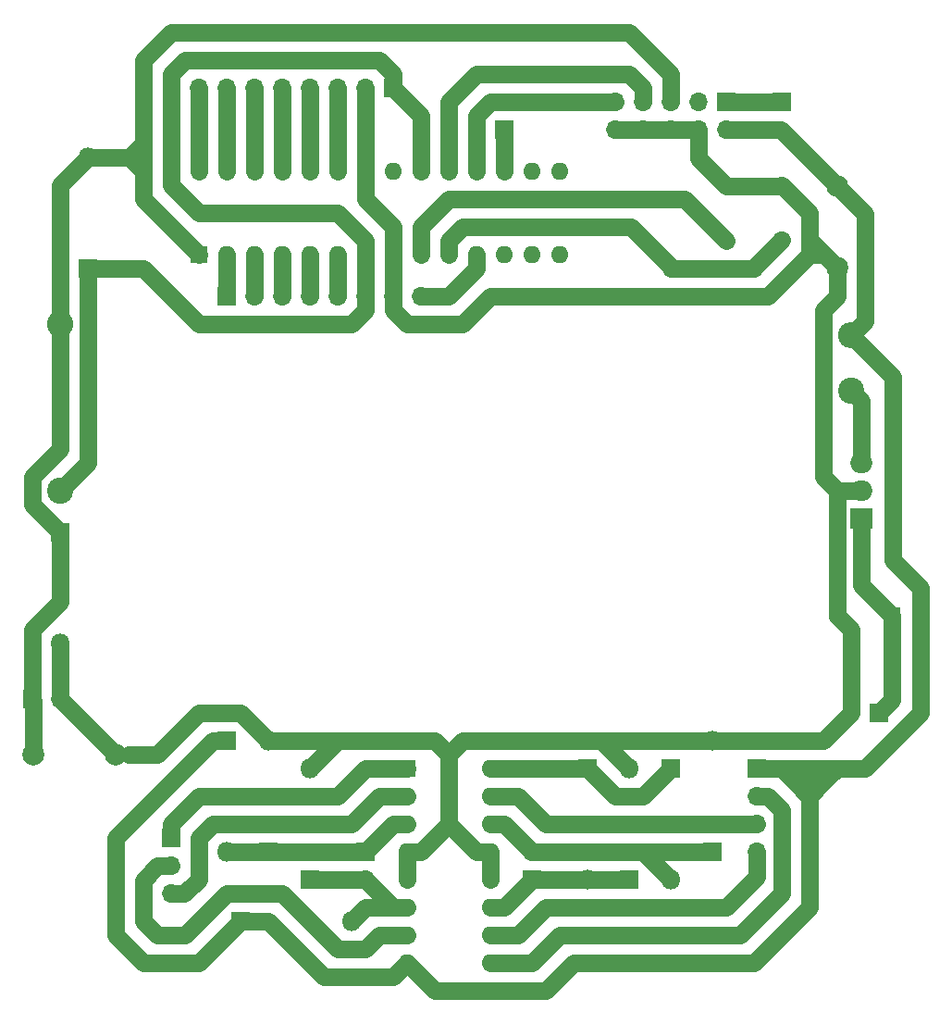
<source format=gbr>
%TF.GenerationSoftware,KiCad,Pcbnew,7.0.7*%
%TF.CreationDate,2023-12-08T08:50:08+07:00*%
%TF.ProjectId,schem,73636865-6d2e-46b6-9963-61645f706362,rev?*%
%TF.SameCoordinates,Original*%
%TF.FileFunction,Copper,L1,Top*%
%TF.FilePolarity,Positive*%
%FSLAX46Y46*%
G04 Gerber Fmt 4.6, Leading zero omitted, Abs format (unit mm)*
G04 Created by KiCad (PCBNEW 7.0.7) date 2023-12-08 08:50:08*
%MOMM*%
%LPD*%
G01*
G04 APERTURE LIST*
%TA.AperFunction,ComponentPad*%
%ADD10R,1.800000X1.800000*%
%TD*%
%TA.AperFunction,ComponentPad*%
%ADD11O,1.800000X1.800000*%
%TD*%
%TA.AperFunction,ComponentPad*%
%ADD12R,1.700000X1.700000*%
%TD*%
%TA.AperFunction,ComponentPad*%
%ADD13R,2.000000X1.905000*%
%TD*%
%TA.AperFunction,ComponentPad*%
%ADD14O,2.000000X1.905000*%
%TD*%
%TA.AperFunction,ComponentPad*%
%ADD15O,1.700000X1.700000*%
%TD*%
%TA.AperFunction,ComponentPad*%
%ADD16C,2.400000*%
%TD*%
%TA.AperFunction,ComponentPad*%
%ADD17O,2.400000X2.400000*%
%TD*%
%TA.AperFunction,ComponentPad*%
%ADD18R,1.600000X1.600000*%
%TD*%
%TA.AperFunction,ComponentPad*%
%ADD19O,1.600000X1.600000*%
%TD*%
%TA.AperFunction,ComponentPad*%
%ADD20C,1.600000*%
%TD*%
%TA.AperFunction,ComponentPad*%
%ADD21C,2.000000*%
%TD*%
%TA.AperFunction,ComponentPad*%
%ADD22C,1.500000*%
%TD*%
%TA.AperFunction,Conductor*%
%ADD23C,1.600000*%
%TD*%
G04 APERTURE END LIST*
D10*
%TO.P,D13,1,K*%
%TO.N,VCC*%
X92730000Y-133350000D03*
D11*
%TO.P,D13,2,A*%
%TO.N,Net-(D13-A)*%
X92730000Y-143510000D03*
%TD*%
D12*
%TO.P,J6,1,Pin_1*%
%TO.N,Net-(J5-Pin_1)*%
X143515000Y-74935000D03*
%TD*%
D10*
%TO.P,D16,1,K*%
%TO.N,Net-(D13-A)*%
X96540000Y-143510000D03*
D11*
%TO.P,D16,2,A*%
%TO.N,GND*%
X96540000Y-133350000D03*
%TD*%
D13*
%TO.P,U3,1,IN*%
%TO.N,Net-(J2-Pin_1)*%
X150825000Y-113030000D03*
D14*
%TO.P,U3,2,GND*%
%TO.N,GND*%
X150825000Y-110490000D03*
%TO.P,U3,3,OUT*%
%TO.N,Net-(U3-OUT)*%
X150825000Y-107950000D03*
%TD*%
D10*
%TO.P,D20,1,K*%
%TO.N,VCC*%
X125750000Y-135890000D03*
D11*
%TO.P,D20,2,A*%
%TO.N,Net-(D19-K)*%
X125750000Y-146050000D03*
%TD*%
D12*
%TO.P,J7,1,Pin_1*%
%TO.N,Net-(J7-Pin_1)*%
X87630000Y-142255000D03*
D15*
%TO.P,J7,2,Pin_2*%
%TO.N,Net-(J7-Pin_2)*%
X87630000Y-144795000D03*
%TO.P,J7,3,Pin_3*%
%TO.N,Net-(J7-Pin_3)*%
X87630000Y-147335000D03*
%TD*%
D16*
%TO.P,FB2,1*%
%TO.N,Net-(U3-OUT)*%
X149880000Y-101300000D03*
D17*
%TO.P,FB2,2*%
%TO.N,VCC*%
X149880000Y-96220000D03*
%TD*%
D12*
%TO.P,M1,1,+*%
%TO.N,Net-(D13-A)*%
X105430000Y-143510000D03*
D15*
%TO.P,M1,2,-*%
%TO.N,Net-(D14-A)*%
X105430000Y-146050000D03*
%TD*%
D12*
%TO.P,J2,1,Pin_1*%
%TO.N,Net-(J2-Pin_1)*%
X152420000Y-130810000D03*
D15*
%TO.P,J2,2,Pin_2*%
%TO.N,GND*%
X149880000Y-130810000D03*
%TD*%
D10*
%TO.P,D11,1,K*%
%TO.N,Net-(D11-K)*%
X77490000Y-114300000D03*
D11*
%TO.P,D11,2,A*%
%TO.N,GND*%
X77490000Y-124460000D03*
%TD*%
D10*
%TO.P,D17,1,K*%
%TO.N,VCC*%
X133370000Y-135890000D03*
D11*
%TO.P,D17,2,A*%
%TO.N,Net-(D17-A)*%
X133370000Y-146050000D03*
%TD*%
D18*
%TO.P,U2,1,EN1\u002C2*%
%TO.N,Net-(J7-Pin_1)*%
X109240000Y-135890000D03*
D19*
%TO.P,U2,2,1A*%
%TO.N,Net-(J7-Pin_3)*%
X109240000Y-138430000D03*
%TO.P,U2,3,1Y*%
%TO.N,Net-(D13-A)*%
X109240000Y-140970000D03*
%TO.P,U2,4,GND*%
%TO.N,GND*%
X109240000Y-143510000D03*
%TO.P,U2,5,GND*%
X109240000Y-146050000D03*
%TO.P,U2,6,2Y*%
%TO.N,Net-(D14-A)*%
X109240000Y-148590000D03*
%TO.P,U2,7,2A*%
%TO.N,Net-(J7-Pin_2)*%
X109240000Y-151130000D03*
%TO.P,U2,8,VCC2*%
%TO.N,VCC*%
X109240000Y-153670000D03*
%TO.P,U2,9,EN3\u002C4*%
%TO.N,Net-(J8-Pin_2)*%
X116860000Y-153670000D03*
%TO.P,U2,10,3A*%
%TO.N,Net-(J8-Pin_4)*%
X116860000Y-151130000D03*
%TO.P,U2,11,3Y*%
%TO.N,Net-(D19-K)*%
X116860000Y-148590000D03*
%TO.P,U2,12,GND*%
%TO.N,GND*%
X116860000Y-146050000D03*
%TO.P,U2,13,GND*%
X116860000Y-143510000D03*
%TO.P,U2,14,4Y*%
%TO.N,Net-(D17-A)*%
X116860000Y-140970000D03*
%TO.P,U2,15,4A*%
%TO.N,Net-(J8-Pin_3)*%
X116860000Y-138430000D03*
%TO.P,U2,16,VCC1*%
%TO.N,VCC*%
X116860000Y-135890000D03*
%TD*%
D10*
%TO.P,D18,1,K*%
%TO.N,Net-(D17-A)*%
X137180000Y-143510000D03*
D11*
%TO.P,D18,2,A*%
%TO.N,GND*%
X137180000Y-133350000D03*
%TD*%
D20*
%TO.P,C6,1*%
%TO.N,GND*%
X143510000Y-82550000D03*
%TO.P,C6,2*%
%TO.N,Net-(U1-XTAL2{slash}PB7)*%
X143510000Y-87550000D03*
%TD*%
D10*
%TO.P,D14,1,K*%
%TO.N,VCC*%
X94000000Y-149860000D03*
D11*
%TO.P,D14,2,A*%
%TO.N,Net-(D14-A)*%
X104160000Y-149860000D03*
%TD*%
D10*
%TO.P,D15,1,K*%
%TO.N,Net-(D14-A)*%
X100350000Y-146050000D03*
D11*
%TO.P,D15,2,A*%
%TO.N,GND*%
X100350000Y-135890000D03*
%TD*%
D12*
%TO.P,J5,1,Pin_1*%
%TO.N,Net-(J5-Pin_1)*%
X138430000Y-74930000D03*
D15*
%TO.P,J5,2,Pin_2*%
%TO.N,VCC*%
X138430000Y-77470000D03*
%TO.P,J5,3,Pin_3*%
%TO.N,unconnected-(J5-Pin_3-Pad3)*%
X135890000Y-74930000D03*
%TO.P,J5,4,Pin_4*%
%TO.N,GND*%
X135890000Y-77470000D03*
%TO.P,J5,5,Pin_5*%
%TO.N,Net-(D11-K)*%
X133350000Y-74930000D03*
%TO.P,J5,6,Pin_6*%
%TO.N,GND*%
X133350000Y-77470000D03*
%TO.P,J5,7,Pin_7*%
%TO.N,Net-(J5-Pin_7)*%
X130810000Y-74930000D03*
%TO.P,J5,8,Pin_8*%
%TO.N,GND*%
X130810000Y-77470000D03*
%TO.P,J5,9,Pin_9*%
%TO.N,Net-(J5-Pin_9)*%
X128270000Y-74930000D03*
%TO.P,J5,10,Pin_10*%
%TO.N,GND*%
X128270000Y-77470000D03*
%TD*%
D12*
%TO.P,M2,1,+*%
%TO.N,Net-(D19-K)*%
X120670000Y-146050000D03*
D15*
%TO.P,M2,2,-*%
%TO.N,Net-(D17-A)*%
X120670000Y-143510000D03*
%TD*%
D12*
%TO.P,J4,1,Pin_1*%
%TO.N,VCC*%
X107950000Y-73660000D03*
D15*
%TO.P,J4,2,Pin_2*%
%TO.N,GND*%
X105410000Y-73660000D03*
%TO.P,J4,3,Pin_3*%
%TO.N,Net-(J4-Pin_3)*%
X102870000Y-73660000D03*
%TO.P,J4,4,Pin_4*%
%TO.N,Net-(J4-Pin_4)*%
X100330000Y-73660000D03*
%TO.P,J4,5,Pin_5*%
%TO.N,Net-(J4-Pin_5)*%
X97790000Y-73660000D03*
%TO.P,J4,6,Pin_6*%
%TO.N,Net-(J4-Pin_6)*%
X95250000Y-73660000D03*
%TO.P,J4,7,Pin_7*%
%TO.N,Net-(J4-Pin_7)*%
X92710000Y-73660000D03*
%TO.P,J4,8,Pin_8*%
%TO.N,Net-(J4-Pin_8)*%
X90170000Y-73660000D03*
%TD*%
D16*
%TO.P,R11,1*%
%TO.N,VCC*%
X77490000Y-110490000D03*
D17*
%TO.P,R11,2*%
%TO.N,Net-(D11-K)*%
X77490000Y-95250000D03*
%TD*%
D10*
%TO.P,D8,1,K*%
%TO.N,VCC*%
X80030000Y-90170000D03*
D11*
%TO.P,D8,2,A*%
%TO.N,Net-(D11-K)*%
X80030000Y-80010000D03*
%TD*%
D21*
%TO.P,C2,1*%
%TO.N,Net-(D11-K)*%
X75070000Y-134620000D03*
%TO.P,C2,2*%
%TO.N,GND*%
X82570000Y-134620000D03*
%TD*%
D12*
%TO.P,J8,1,Pin_1*%
%TO.N,VCC*%
X141224000Y-135890000D03*
D15*
%TO.P,J8,2,Pin_2*%
%TO.N,Net-(J8-Pin_2)*%
X141224000Y-138430000D03*
%TO.P,J8,3,Pin_3*%
%TO.N,Net-(J8-Pin_3)*%
X141224000Y-140970000D03*
%TO.P,J8,4,Pin_4*%
%TO.N,Net-(J8-Pin_4)*%
X141224000Y-143510000D03*
%TD*%
D21*
%TO.P,C3,1*%
%TO.N,VCC*%
X148610000Y-82610000D03*
%TO.P,C3,2*%
%TO.N,GND*%
X148610000Y-90110000D03*
%TD*%
D20*
%TO.P,C5,1*%
%TO.N,GND*%
X138430000Y-82590000D03*
%TO.P,C5,2*%
%TO.N,Net-(U1-XTAL1{slash}PB6)*%
X138430000Y-87590000D03*
%TD*%
D22*
%TO.P,Y1,1,1*%
%TO.N,Net-(U1-XTAL1{slash}PB6)*%
X132080000Y-83820000D03*
%TO.P,Y1,2,2*%
%TO.N,Net-(U1-XTAL2{slash}PB7)*%
X132080000Y-88700000D03*
%TD*%
D12*
%TO.P,J1,1,Pin_1*%
%TO.N,Net-(J1-Pin_1)*%
X118110000Y-77470000D03*
%TD*%
D18*
%TO.P,U1,1,~{RESET}/PC6*%
%TO.N,Net-(D11-K)*%
X90170000Y-88900000D03*
D19*
%TO.P,U1,2,PD0*%
%TO.N,Net-(J9-Pin_1)*%
X92710000Y-88900000D03*
%TO.P,U1,3,PD1*%
%TO.N,Net-(J9-Pin_2)*%
X95250000Y-88900000D03*
%TO.P,U1,4,PD2*%
%TO.N,Net-(J9-Pin_3)*%
X97790000Y-88900000D03*
%TO.P,U1,5,PD3*%
%TO.N,Net-(J9-Pin_4)*%
X100330000Y-88900000D03*
%TO.P,U1,6,PD4*%
%TO.N,Net-(J9-Pin_5)*%
X102870000Y-88900000D03*
%TO.P,U1,7,VCC*%
%TO.N,VCC*%
X105410000Y-88900000D03*
%TO.P,U1,8,GND*%
%TO.N,GND*%
X107950000Y-88900000D03*
%TO.P,U1,9,XTAL1/PB6*%
%TO.N,Net-(U1-XTAL1{slash}PB6)*%
X110490000Y-88900000D03*
%TO.P,U1,10,XTAL2/PB7*%
%TO.N,Net-(U1-XTAL2{slash}PB7)*%
X113030000Y-88900000D03*
%TO.P,U1,11,PD5*%
%TO.N,Net-(J9-Pin_8)*%
X115570000Y-88900000D03*
%TO.P,U1,12,PD6*%
%TO.N,unconnected-(U1-PD6-Pad12)*%
X118110000Y-88900000D03*
%TO.P,U1,13,PD7*%
%TO.N,unconnected-(U1-PD7-Pad13)*%
X120650000Y-88900000D03*
%TO.P,U1,14,PB0*%
%TO.N,unconnected-(U1-PB0-Pad14)*%
X123190000Y-88900000D03*
%TO.P,U1,15,PB1*%
%TO.N,unconnected-(U1-PB1-Pad15)*%
X123190000Y-81280000D03*
%TO.P,U1,16,PB2*%
%TO.N,unconnected-(U1-PB2-Pad16)*%
X120650000Y-81280000D03*
%TO.P,U1,17,PB3*%
%TO.N,Net-(J1-Pin_1)*%
X118110000Y-81280000D03*
%TO.P,U1,18,PB4*%
%TO.N,Net-(J5-Pin_9)*%
X115570000Y-81280000D03*
%TO.P,U1,19,PB5*%
%TO.N,Net-(J5-Pin_7)*%
X113030000Y-81280000D03*
%TO.P,U1,20,AVCC*%
%TO.N,VCC*%
X110490000Y-81280000D03*
%TO.P,U1,21,AREF*%
%TO.N,unconnected-(U1-AREF-Pad21)*%
X107950000Y-81280000D03*
%TO.P,U1,22,GND*%
%TO.N,GND*%
X105410000Y-81280000D03*
%TO.P,U1,23,PC0*%
%TO.N,Net-(J4-Pin_3)*%
X102870000Y-81280000D03*
%TO.P,U1,24,PC1*%
%TO.N,Net-(J4-Pin_4)*%
X100330000Y-81280000D03*
%TO.P,U1,25,PC2*%
%TO.N,Net-(J4-Pin_5)*%
X97790000Y-81280000D03*
%TO.P,U1,26,PC3*%
%TO.N,Net-(J4-Pin_6)*%
X95250000Y-81280000D03*
%TO.P,U1,27,PC4*%
%TO.N,Net-(J4-Pin_7)*%
X92710000Y-81280000D03*
%TO.P,U1,28,PC5*%
%TO.N,Net-(J4-Pin_8)*%
X90170000Y-81280000D03*
%TD*%
D10*
%TO.P,D19,1,K*%
%TO.N,Net-(D19-K)*%
X129560000Y-146050000D03*
D11*
%TO.P,D19,2,A*%
%TO.N,GND*%
X129560000Y-135890000D03*
%TD*%
D12*
%TO.P,SW1,1,1*%
%TO.N,Net-(D11-K)*%
X74950000Y-129540000D03*
D15*
%TO.P,SW1,2,2*%
%TO.N,GND*%
X77490000Y-129540000D03*
%TD*%
D18*
%TO.P,C1,1*%
%TO.N,Net-(J2-Pin_1)*%
X153610000Y-121920000D03*
D20*
%TO.P,C1,2*%
%TO.N,GND*%
X148610000Y-121920000D03*
%TD*%
D12*
%TO.P,J9,1,Pin_1*%
%TO.N,Net-(J9-Pin_1)*%
X92725000Y-92710000D03*
D15*
%TO.P,J9,2,Pin_2*%
%TO.N,Net-(J9-Pin_2)*%
X95265000Y-92710000D03*
%TO.P,J9,3,Pin_3*%
%TO.N,Net-(J9-Pin_3)*%
X97805000Y-92710000D03*
%TO.P,J9,4,Pin_4*%
%TO.N,Net-(J9-Pin_4)*%
X100345000Y-92710000D03*
%TO.P,J9,5,Pin_5*%
%TO.N,Net-(J9-Pin_5)*%
X102885000Y-92710000D03*
%TO.P,J9,6,Pin_6*%
%TO.N,VCC*%
X105425000Y-92710000D03*
%TO.P,J9,7,Pin_7*%
%TO.N,GND*%
X107965000Y-92710000D03*
%TO.P,J9,8,Pin_8*%
%TO.N,Net-(J9-Pin_8)*%
X110505000Y-92710000D03*
%TD*%
D23*
%TO.N,Net-(J2-Pin_1)*%
X150825000Y-119135000D02*
X153610000Y-121920000D01*
X153610000Y-121920000D02*
X153610000Y-129620000D01*
X153610000Y-129620000D02*
X152420000Y-130810000D01*
X150825000Y-113030000D02*
X150825000Y-119135000D01*
%TO.N,GND*%
X113050000Y-140970000D02*
X113050000Y-134620000D01*
X147340000Y-93980000D02*
X148610000Y-92710000D01*
X148610000Y-90110000D02*
X147400000Y-88900000D01*
X148610000Y-110490000D02*
X147340000Y-109220000D01*
X107950000Y-86360000D02*
X105410000Y-83820000D01*
X109240000Y-143510000D02*
X109240000Y-146050000D01*
X146070000Y-85090000D02*
X146070000Y-87630000D01*
X116860000Y-143510000D02*
X116860000Y-146050000D01*
X77490000Y-129540000D02*
X82570000Y-134620000D01*
X148610000Y-110490000D02*
X148610000Y-121920000D01*
X147340000Y-109220000D02*
X147340000Y-93980000D01*
X83770000Y-134620000D02*
X86380000Y-134620000D01*
X114320000Y-95250000D02*
X109240000Y-95250000D01*
X116860000Y-92710000D02*
X114320000Y-95250000D01*
X143510000Y-82550000D02*
X146050000Y-85090000D01*
X137180000Y-133350000D02*
X147340000Y-133350000D01*
X96540000Y-133350000D02*
X102890000Y-133350000D01*
X133350000Y-77470000D02*
X130810000Y-77470000D01*
X107950000Y-92695000D02*
X107965000Y-92710000D01*
X102890000Y-133350000D02*
X111780000Y-133350000D01*
X128270000Y-77470000D02*
X130810000Y-77470000D01*
X105410000Y-73660000D02*
X105410000Y-81280000D01*
X110510000Y-143510000D02*
X109240000Y-143510000D01*
X149880000Y-130810000D02*
X149880000Y-123190000D01*
X115590000Y-143510000D02*
X113050000Y-140970000D01*
X94000000Y-130810000D02*
X90190000Y-130810000D01*
X116860000Y-143510000D02*
X115590000Y-143510000D01*
X146070000Y-88900000D02*
X142260000Y-92710000D01*
X86380000Y-134620000D02*
X90190000Y-130810000D01*
X113050000Y-134620000D02*
X114320000Y-133350000D01*
X146130000Y-87630000D02*
X147400000Y-88900000D01*
X147340000Y-133350000D02*
X149880000Y-130810000D01*
X147400000Y-88900000D02*
X146070000Y-88900000D01*
X114320000Y-133350000D02*
X127020000Y-133350000D01*
X135890000Y-77470000D02*
X133350000Y-77470000D01*
X100350000Y-135890000D02*
X102890000Y-133350000D01*
X146050000Y-85090000D02*
X146070000Y-85090000D01*
X135890000Y-80050000D02*
X138430000Y-82590000D01*
X105410000Y-83820000D02*
X105410000Y-81280000D01*
X148610000Y-92710000D02*
X148610000Y-90110000D01*
X137180000Y-133350000D02*
X127020000Y-133350000D01*
X135890000Y-77470000D02*
X135890000Y-80050000D01*
X77490000Y-124460000D02*
X77490000Y-129540000D01*
X146070000Y-87630000D02*
X146130000Y-87630000D01*
X129560000Y-135890000D02*
X127020000Y-133350000D01*
X109240000Y-95250000D02*
X107965000Y-93975000D01*
X107950000Y-88900000D02*
X107950000Y-92695000D01*
X107950000Y-88900000D02*
X107950000Y-86360000D01*
X143470000Y-82590000D02*
X143510000Y-82550000D01*
X150825000Y-110490000D02*
X148610000Y-110490000D01*
X96540000Y-133350000D02*
X94000000Y-130810000D01*
X138430000Y-82590000D02*
X143470000Y-82590000D01*
X107965000Y-93975000D02*
X107965000Y-92710000D01*
X146070000Y-87630000D02*
X146070000Y-88900000D01*
X111780000Y-133350000D02*
X113050000Y-134620000D01*
X113050000Y-140970000D02*
X110510000Y-143510000D01*
X149880000Y-123190000D02*
X148610000Y-121920000D01*
X142260000Y-92710000D02*
X116860000Y-92710000D01*
%TO.N,Net-(D11-K)*%
X90170000Y-88900000D02*
X85090000Y-83820000D01*
X129540000Y-68580000D02*
X133350000Y-72390000D01*
X80030000Y-80010000D02*
X77490000Y-82550000D01*
X77490000Y-82550000D02*
X77490000Y-95250000D01*
X85090000Y-81280000D02*
X85090000Y-82550000D01*
X74950000Y-111760000D02*
X77490000Y-114300000D01*
X85090000Y-82550000D02*
X85090000Y-78740000D01*
X83820000Y-80010000D02*
X85090000Y-78740000D01*
X75070000Y-129660000D02*
X74950000Y-129540000D01*
X87630000Y-68580000D02*
X129540000Y-68580000D01*
X77490000Y-120650000D02*
X74950000Y-123190000D01*
X133350000Y-72390000D02*
X133350000Y-74930000D01*
X77490000Y-95250000D02*
X77490000Y-106680000D01*
X83820000Y-80010000D02*
X85090000Y-81280000D01*
X85090000Y-83820000D02*
X85090000Y-82550000D01*
X74950000Y-109220000D02*
X74950000Y-111760000D01*
X74950000Y-123190000D02*
X74950000Y-129540000D01*
X85090000Y-71120000D02*
X87630000Y-68580000D01*
X77490000Y-114300000D02*
X77490000Y-120650000D01*
X85090000Y-78740000D02*
X85090000Y-71120000D01*
X83820000Y-80010000D02*
X80030000Y-80010000D01*
X75070000Y-134620000D02*
X75070000Y-129660000D01*
X77490000Y-106680000D02*
X74950000Y-109220000D01*
%TO.N,VCC*%
X153690000Y-100030000D02*
X149880000Y-96220000D01*
X90190000Y-153670000D02*
X94000000Y-149860000D01*
X87630000Y-72390000D02*
X87630000Y-82550000D01*
X86380000Y-138430000D02*
X85110000Y-139700000D01*
X130830000Y-138430000D02*
X128290000Y-138430000D01*
X106680000Y-71120000D02*
X88900000Y-71120000D01*
X146030000Y-138410000D02*
X144462500Y-136842500D01*
X90170000Y-85090000D02*
X102870000Y-85090000D01*
X91460000Y-133350000D02*
X87650000Y-137160000D01*
X107970000Y-154940000D02*
X109240000Y-153670000D01*
X80030000Y-107950000D02*
X77490000Y-110490000D01*
X151150000Y-94950000D02*
X149880000Y-96220000D01*
X146050000Y-135890000D02*
X148590000Y-135890000D01*
X143470000Y-77470000D02*
X148610000Y-82610000D01*
X107950000Y-73660000D02*
X107950000Y-72390000D01*
X141224000Y-135890000D02*
X143510000Y-135890000D01*
X146050000Y-138410000D02*
X146070000Y-138430000D01*
X128290000Y-138430000D02*
X125750000Y-135890000D01*
X82550000Y-151130000D02*
X85090000Y-153670000D01*
X146070000Y-148590000D02*
X146070000Y-138430000D01*
X107950000Y-72390000D02*
X106680000Y-71120000D01*
X147637500Y-136842500D02*
X148590000Y-135890000D01*
X105410000Y-92695000D02*
X105425000Y-92710000D01*
X80030000Y-90170000D02*
X85110000Y-90170000D01*
X87650000Y-137160000D02*
X86380000Y-138430000D01*
X146050000Y-135890000D02*
X146050000Y-138410000D01*
X83840000Y-140970000D02*
X82550000Y-142260000D01*
X105430000Y-93980000D02*
X104160000Y-95250000D01*
X107950000Y-73660000D02*
X110490000Y-76200000D01*
X143510000Y-135890000D02*
X146050000Y-135890000D01*
X148610000Y-82610000D02*
X151150000Y-85150000D01*
X85110000Y-90170000D02*
X90190000Y-95250000D01*
X138430000Y-77470000D02*
X143470000Y-77470000D01*
X140975000Y-153655000D02*
X141005000Y-153655000D01*
X111780000Y-156210000D02*
X121940000Y-156210000D01*
X80030000Y-107950000D02*
X80030000Y-90170000D01*
X105410000Y-87630000D02*
X105410000Y-88900000D01*
X82550000Y-142260000D02*
X82550000Y-151130000D01*
X140975000Y-153655000D02*
X140990000Y-153670000D01*
X144462500Y-136842500D02*
X147637500Y-136842500D01*
X92730000Y-133350000D02*
X91460000Y-133350000D01*
X146070000Y-138410000D02*
X147637500Y-136842500D01*
X105410000Y-88900000D02*
X105410000Y-92695000D01*
X146050000Y-138410000D02*
X146030000Y-138410000D01*
X153690000Y-116840000D02*
X153690000Y-100030000D01*
X156230000Y-130820000D02*
X156230000Y-119380000D01*
X144462500Y-136842500D02*
X143510000Y-135890000D01*
X105425000Y-92710000D02*
X105425000Y-93975000D01*
X151160000Y-135890000D02*
X156230000Y-130820000D01*
X85110000Y-139700000D02*
X83840000Y-140970000D01*
X148590000Y-135890000D02*
X151160000Y-135890000D01*
X110490000Y-76200000D02*
X110490000Y-81280000D01*
X90190000Y-95250000D02*
X104160000Y-95250000D01*
X116860000Y-135890000D02*
X125750000Y-135890000D01*
X87630000Y-82550000D02*
X90170000Y-85090000D01*
X124495000Y-153655000D02*
X140975000Y-153655000D01*
X105425000Y-93975000D02*
X105430000Y-93980000D01*
X94000000Y-149860000D02*
X96540000Y-149860000D01*
X96540000Y-149860000D02*
X101620000Y-154940000D01*
X88900000Y-71120000D02*
X87630000Y-72390000D01*
X102870000Y-85090000D02*
X105410000Y-87630000D01*
X146070000Y-138430000D02*
X146070000Y-138410000D01*
X109240000Y-153670000D02*
X111780000Y-156210000D01*
X85090000Y-153670000D02*
X90190000Y-153670000D01*
X156230000Y-119380000D02*
X153690000Y-116840000D01*
X141005000Y-153655000D02*
X146070000Y-148590000D01*
X151150000Y-85150000D02*
X151150000Y-94950000D01*
X101620000Y-154940000D02*
X107970000Y-154940000D01*
X121940000Y-156210000D02*
X124495000Y-153655000D01*
X133370000Y-135890000D02*
X130830000Y-138430000D01*
%TO.N,Net-(U1-XTAL1{slash}PB6)*%
X110490000Y-88900000D02*
X110490000Y-86360000D01*
X134660000Y-83820000D02*
X132080000Y-83820000D01*
X138430000Y-87590000D02*
X134660000Y-83820000D01*
X113030000Y-83820000D02*
X132080000Y-83820000D01*
X110490000Y-86360000D02*
X113030000Y-83820000D01*
%TO.N,Net-(U1-XTAL2{slash}PB7)*%
X113030000Y-87630000D02*
X114300000Y-86360000D01*
X133350000Y-89970000D02*
X133350000Y-90170000D01*
X140970000Y-90170000D02*
X140970000Y-90090000D01*
X129740000Y-86360000D02*
X132080000Y-88700000D01*
X114300000Y-86360000D02*
X129740000Y-86360000D01*
X132080000Y-88700000D02*
X133350000Y-89970000D01*
X133350000Y-90170000D02*
X140970000Y-90170000D01*
X140970000Y-90090000D02*
X143510000Y-87550000D01*
X113030000Y-88900000D02*
X113030000Y-87630000D01*
%TO.N,Net-(D13-A)*%
X105420000Y-143495000D02*
X107945000Y-140970000D01*
X92730000Y-143510000D02*
X96540000Y-143510000D01*
X96540000Y-143510000D02*
X105430000Y-143510000D01*
X107945000Y-140970000D02*
X109240000Y-140970000D01*
%TO.N,Net-(D14-A)*%
X105430000Y-148590000D02*
X107975000Y-148590000D01*
X104135000Y-146050000D02*
X104150000Y-146035000D01*
X105420000Y-146035000D02*
X107975000Y-148590000D01*
X100350000Y-146050000D02*
X104135000Y-146050000D01*
X104160000Y-149860000D02*
X105430000Y-148590000D01*
X104150000Y-146035000D02*
X105420000Y-146035000D01*
X107975000Y-148590000D02*
X109240000Y-148590000D01*
%TO.N,Net-(D17-A)*%
X133370000Y-146050000D02*
X130830000Y-143510000D01*
X120660000Y-143495000D02*
X118120000Y-140955000D01*
X118105000Y-140970000D02*
X116860000Y-140970000D01*
X137180000Y-143510000D02*
X130830000Y-143510000D01*
X130830000Y-143510000D02*
X120670000Y-143510000D01*
%TO.N,Net-(D19-K)*%
X118105000Y-148590000D02*
X120660000Y-146035000D01*
X129560000Y-146050000D02*
X120670000Y-146050000D01*
X116860000Y-148590000D02*
X118105000Y-148590000D01*
%TO.N,Net-(U3-OUT)*%
X150825000Y-107950000D02*
X150825000Y-102245000D01*
X150825000Y-102245000D02*
X149880000Y-101300000D01*
%TO.N,Net-(J4-Pin_3)*%
X102870000Y-73660000D02*
X102870000Y-81280000D01*
%TO.N,Net-(J4-Pin_4)*%
X100330000Y-73660000D02*
X100330000Y-81280000D01*
%TO.N,Net-(J4-Pin_5)*%
X97790000Y-73660000D02*
X97790000Y-81280000D01*
%TO.N,Net-(J4-Pin_6)*%
X95250000Y-73660000D02*
X95250000Y-81280000D01*
%TO.N,Net-(J4-Pin_7)*%
X92710000Y-73660000D02*
X92710000Y-81280000D01*
%TO.N,Net-(J4-Pin_8)*%
X90170000Y-73660000D02*
X90170000Y-81280000D01*
%TO.N,Net-(J1-Pin_1)*%
X118110000Y-77470000D02*
X118110000Y-81280000D01*
%TO.N,Net-(J5-Pin_7)*%
X130810000Y-73660000D02*
X130810000Y-74930000D01*
X129540000Y-72390000D02*
X130810000Y-73660000D01*
X113030000Y-81280000D02*
X113030000Y-74930000D01*
X113030000Y-74930000D02*
X115570000Y-72390000D01*
X115570000Y-72390000D02*
X129540000Y-72390000D01*
%TO.N,Net-(J5-Pin_9)*%
X116840000Y-74930000D02*
X128270000Y-74930000D01*
X115570000Y-81280000D02*
X115570000Y-76200000D01*
X115570000Y-76200000D02*
X116840000Y-74930000D01*
%TO.N,Net-(J7-Pin_1)*%
X87630000Y-140970000D02*
X87630000Y-142255000D01*
X102890000Y-138430000D02*
X105430000Y-135890000D01*
X105430000Y-135890000D02*
X109240000Y-135890000D01*
X90170000Y-138430000D02*
X102890000Y-138430000D01*
X87630000Y-140970000D02*
X90170000Y-138430000D01*
%TO.N,Net-(J7-Pin_2)*%
X86427919Y-144795000D02*
X85090000Y-146132919D01*
X85090000Y-149860000D02*
X86360000Y-151130000D01*
X88920000Y-151130000D02*
X92730000Y-147320000D01*
X102890000Y-152400000D02*
X105430000Y-152400000D01*
X85090000Y-146132919D02*
X85090000Y-149860000D01*
X87630000Y-144795000D02*
X86427919Y-144795000D01*
X86360000Y-151130000D02*
X88920000Y-151130000D01*
X92730000Y-147320000D02*
X97810000Y-147320000D01*
X105430000Y-152400000D02*
X106700000Y-151130000D01*
X106700000Y-151130000D02*
X109240000Y-151130000D01*
X97810000Y-147320000D02*
X102890000Y-152400000D01*
%TO.N,Net-(J5-Pin_1)*%
X143510000Y-74930000D02*
X143515000Y-74935000D01*
X138430000Y-74930000D02*
X143510000Y-74930000D01*
%TO.N,Net-(J7-Pin_3)*%
X88885000Y-147335000D02*
X87630000Y-147335000D01*
X90170000Y-146050000D02*
X88885000Y-147335000D01*
X90170000Y-142265584D02*
X90170000Y-146050000D01*
X109240000Y-138430000D02*
X106700000Y-138430000D01*
X106700000Y-138430000D02*
X104160000Y-140970000D01*
X91465584Y-140970000D02*
X90170000Y-142265584D01*
X104160000Y-140970000D02*
X91465584Y-140970000D01*
%TO.N,Net-(J8-Pin_2)*%
X123210000Y-151130000D02*
X139720000Y-151130000D01*
X139720000Y-151130000D02*
X143530000Y-147320000D01*
X143530000Y-147320000D02*
X143530000Y-139700000D01*
X120670000Y-153670000D02*
X123210000Y-151130000D01*
X142260000Y-138430000D02*
X141224000Y-138430000D01*
X143530000Y-139700000D02*
X142260000Y-138430000D01*
X116860000Y-153670000D02*
X120670000Y-153670000D01*
%TO.N,Net-(J8-Pin_3)*%
X119400000Y-138430000D02*
X116860000Y-138430000D01*
X141224000Y-140970000D02*
X121940000Y-140970000D01*
X121940000Y-140970000D02*
X119400000Y-138430000D01*
%TO.N,Net-(J9-Pin_1)*%
X92710000Y-92695000D02*
X92725000Y-92710000D01*
X92710000Y-88900000D02*
X92710000Y-92695000D01*
%TO.N,Net-(J9-Pin_2)*%
X95250000Y-92695000D02*
X95265000Y-92710000D01*
X95250000Y-88900000D02*
X95250000Y-92695000D01*
%TO.N,Net-(J9-Pin_3)*%
X97790000Y-88900000D02*
X97790000Y-92695000D01*
X97790000Y-92695000D02*
X97805000Y-92710000D01*
%TO.N,Net-(J9-Pin_4)*%
X100330000Y-92695000D02*
X100345000Y-92710000D01*
X100330000Y-88900000D02*
X100330000Y-92695000D01*
%TO.N,Net-(J9-Pin_5)*%
X102870000Y-88900000D02*
X102870000Y-92695000D01*
X102870000Y-92695000D02*
X102885000Y-92710000D01*
%TO.N,Net-(J9-Pin_8)*%
X113030000Y-92710000D02*
X115570000Y-90170000D01*
X115570000Y-90170000D02*
X115570000Y-88900000D01*
X110505000Y-92710000D02*
X113030000Y-92710000D01*
%TO.N,Net-(J8-Pin_4)*%
X121940000Y-148590000D02*
X138450000Y-148590000D01*
X116860000Y-151130000D02*
X119400000Y-151130000D01*
X141224000Y-145816000D02*
X141224000Y-143510000D01*
X119400000Y-151130000D02*
X121940000Y-148590000D01*
X138450000Y-148590000D02*
X141224000Y-145816000D01*
%TD*%
M02*

</source>
